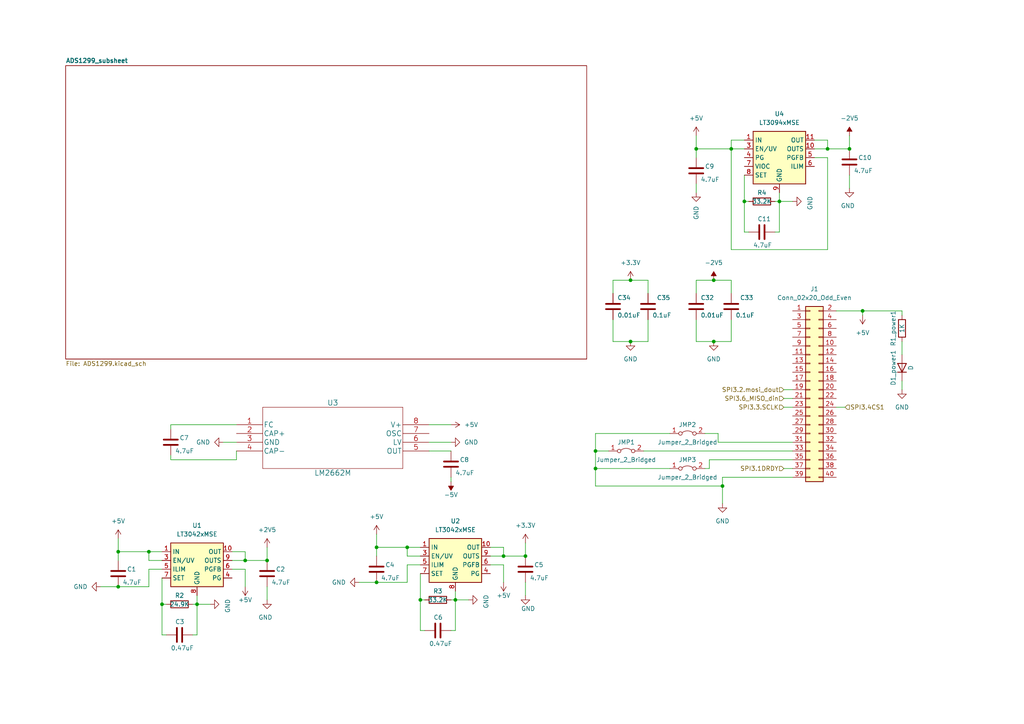
<source format=kicad_sch>
(kicad_sch (version 20211123) (generator eeschema)
  (paper "A4")
  (lib_symbols
    (symbol "2023-01-28_00-48-13:LM2662M" (pin_names (offset 0.254))
      (property "Reference" "U" (at 27.94 10.16 0))
      (property "Value" "LM2662M" (at 27.94 7.62 0))
      (symbol "LM2662M_1_1"
        (polyline (pts (xy 7.62 -12.7) (xy 48.26 -12.7)) (stroke (width 0.127)))
        (polyline (pts (xy 7.62 5.08) (xy 7.62 -12.7)) (stroke (width 0.127)))
        (polyline (pts (xy 48.26 -12.7) (xy 48.26 5.08)) (stroke (width 0.127)))
        (polyline (pts (xy 48.26 5.08) (xy 7.62 5.08)) (stroke (width 0.127)))
        (pin passive line (at 0 0 0) (length 7.62) (name "FC") (number "1"))
        (pin passive line (at 0 -2.54 0) (length 7.62) (name "CAP+") (number "2"))
        (pin passive line (at 0 -5.08 0) (length 7.62) (name "GND") (number "3"))
        (pin passive line (at 0 -7.62 0) (length 7.62) (name "CAP-") (number "4"))
        (pin output line (at 55.88 -7.62 180) (length 7.62) (name "OUT") (number "5"))
        (pin passive line (at 55.88 -5.08 180) (length 7.62) (name "LV") (number "6"))
        (pin passive line (at 55.88 -2.54 180) (length 7.62) (name "OSC") (number "7"))
        (pin input line (at 55.88 0 180) (length 7.62) (name "V+") (number "8"))
      )
    )
    (symbol "Connector_Generic:Conn_02x20_Odd_Even" (pin_names (offset 1.016) hide)
      (property "Reference" "J" (at 1.27 25.4 0))
      (property "Value" "Conn_02x20_Odd_Even" (at 1.27 -27.94 0))
      (symbol "Conn_02x20_Odd_Even_1_1"
        (rectangle (start -1.27 -25.273) (end 0 -25.527) (stroke (width 0.1524)))
        (rectangle (start -1.27 -22.733) (end 0 -22.987) (stroke (width 0.1524)))
        (rectangle (start -1.27 -20.193) (end 0 -20.447) (stroke (width 0.1524)))
        (rectangle (start -1.27 -17.653) (end 0 -17.907) (stroke (width 0.1524)))
        (rectangle (start -1.27 -15.113) (end 0 -15.367) (stroke (width 0.1524)))
        (rectangle (start -1.27 -12.573) (end 0 -12.827) (stroke (width 0.1524)))
        (rectangle (start -1.27 -10.033) (end 0 -10.287) (stroke (width 0.1524)))
        (rectangle (start -1.27 -7.493) (end 0 -7.747) (stroke (width 0.1524)))
        (rectangle (start -1.27 -4.953) (end 0 -5.207) (stroke (width 0.1524)))
        (rectangle (start -1.27 -2.413) (end 0 -2.667) (stroke (width 0.1524)))
        (rectangle (start -1.27 0.127) (end 0 -0.127) (stroke (width 0.1524)))
        (rectangle (start -1.27 2.667) (end 0 2.413) (stroke (width 0.1524)))
        (rectangle (start -1.27 5.207) (end 0 4.953) (stroke (width 0.1524)))
        (rectangle (start -1.27 7.747) (end 0 7.493) (stroke (width 0.1524)))
        (rectangle (start -1.27 10.287) (end 0 10.033) (stroke (width 0.1524)))
        (rectangle (start -1.27 12.827) (end 0 12.573) (stroke (width 0.1524)))
        (rectangle (start -1.27 15.367) (end 0 15.113) (stroke (width 0.1524)))
        (rectangle (start -1.27 17.907) (end 0 17.653) (stroke (width 0.1524)))
        (rectangle (start -1.27 20.447) (end 0 20.193) (stroke (width 0.1524)))
        (rectangle (start -1.27 22.987) (end 0 22.733) (stroke (width 0.1524)))
        (rectangle (start -1.27 24.13) (end 3.81 -26.67) (stroke (width 0.254)) (fill (type background)))
        (rectangle (start 3.81 -25.273) (end 2.54 -25.527) (stroke (width 0.1524)))
        (rectangle (start 3.81 -22.733) (end 2.54 -22.987) (stroke (width 0.1524)))
        (rectangle (start 3.81 -20.193) (end 2.54 -20.447) (stroke (width 0.1524)))
        (rectangle (start 3.81 -17.653) (end 2.54 -17.907) (stroke (width 0.1524)))
        (rectangle (start 3.81 -15.113) (end 2.54 -15.367) (stroke (width 0.1524)))
        (rectangle (start 3.81 -12.573) (end 2.54 -12.827) (stroke (width 0.1524)))
        (rectangle (start 3.81 -10.033) (end 2.54 -10.287) (stroke (width 0.1524)))
        (rectangle (start 3.81 -7.493) (end 2.54 -7.747) (stroke (width 0.1524)))
        (rectangle (start 3.81 -4.953) (end 2.54 -5.207) (stroke (width 0.1524)))
        (rectangle (start 3.81 -2.413) (end 2.54 -2.667) (stroke (width 0.1524)))
        (rectangle (start 3.81 0.127) (end 2.54 -0.127) (stroke (width 0.1524)))
        (rectangle (start 3.81 2.667) (end 2.54 2.413) (stroke (width 0.1524)))
        (rectangle (start 3.81 5.207) (end 2.54 4.953) (stroke (width 0.1524)))
        (rectangle (start 3.81 7.747) (end 2.54 7.493) (stroke (width 0.1524)))
        (rectangle (start 3.81 10.287) (end 2.54 10.033) (stroke (width 0.1524)))
        (rectangle (start 3.81 12.827) (end 2.54 12.573) (stroke (width 0.1524)))
        (rectangle (start 3.81 15.367) (end 2.54 15.113) (stroke (width 0.1524)))
        (rectangle (start 3.81 17.907) (end 2.54 17.653) (stroke (width 0.1524)))
        (rectangle (start 3.81 20.447) (end 2.54 20.193) (stroke (width 0.1524)))
        (rectangle (start 3.81 22.987) (end 2.54 22.733) (stroke (width 0.1524)))
        (pin passive line (at -5.08 22.86 0) (length 3.81) (name "Pin_1") (number "1"))
        (pin passive line (at 7.62 12.7 180) (length 3.81) (name "Pin_10") (number "10"))
        (pin passive line (at -5.08 10.16 0) (length 3.81) (name "Pin_11") (number "11"))
        (pin passive line (at 7.62 10.16 180) (length 3.81) (name "Pin_12") (number "12"))
        (pin passive line (at -5.08 7.62 0) (length 3.81) (name "Pin_13") (number "13"))
        (pin passive line (at 7.62 7.62 180) (length 3.81) (name "Pin_14") (number "14"))
        (pin passive line (at -5.08 5.08 0) (length 3.81) (name "Pin_15") (number "15"))
        (pin passive line (at 7.62 5.08 180) (length 3.81) (name "Pin_16") (number "16"))
        (pin passive line (at -5.08 2.54 0) (length 3.81) (name "Pin_17") (number "17"))
        (pin passive line (at 7.62 2.54 180) (length 3.81) (name "Pin_18") (number "18"))
        (pin passive line (at -5.08 0 0) (length 3.81) (name "Pin_19") (number "19"))
        (pin passive line (at 7.62 22.86 180) (length 3.81) (name "Pin_2") (number "2"))
        (pin passive line (at 7.62 0 180) (length 3.81) (name "Pin_20") (number "20"))
        (pin passive line (at -5.08 -2.54 0) (length 3.81) (name "Pin_21") (number "21"))
        (pin passive line (at 7.62 -2.54 180) (length 3.81) (name "Pin_22") (number "22"))
        (pin passive line (at -5.08 -5.08 0) (length 3.81) (name "Pin_23") (number "23"))
        (pin passive line (at 7.62 -5.08 180) (length 3.81) (name "Pin_24") (number "24"))
        (pin passive line (at -5.08 -7.62 0) (length 3.81) (name "Pin_25") (number "25"))
        (pin passive line (at 7.62 -7.62 180) (length 3.81) (name "Pin_26") (number "26"))
        (pin passive line (at -5.08 -10.16 0) (length 3.81) (name "Pin_27") (number "27"))
        (pin passive line (at 7.62 -10.16 180) (length 3.81) (name "Pin_28") (number "28"))
        (pin passive line (at -5.08 -12.7 0) (length 3.81) (name "Pin_29") (number "29"))
        (pin passive line (at -5.08 20.32 0) (length 3.81) (name "Pin_3") (number "3"))
        (pin passive line (at 7.62 -12.7 180) (length 3.81) (name "Pin_30") (number "30"))
        (pin passive line (at -5.08 -15.24 0) (length 3.81) (name "Pin_31") (number "31"))
        (pin passive line (at 7.62 -15.24 180) (length 3.81) (name "Pin_32") (number "32"))
        (pin passive line (at -5.08 -17.78 0) (length 3.81) (name "Pin_33") (number "33"))
        (pin passive line (at 7.62 -17.78 180) (length 3.81) (name "Pin_34") (number "34"))
        (pin passive line (at -5.08 -20.32 0) (length 3.81) (name "Pin_35") (number "35"))
        (pin passive line (at 7.62 -20.32 180) (length 3.81) (name "Pin_36") (number "36"))
        (pin passive line (at -5.08 -22.86 0) (length 3.81) (name "Pin_37") (number "37"))
        (pin passive line (at 7.62 -22.86 180) (length 3.81) (name "Pin_38") (number "38"))
        (pin passive line (at -5.08 -25.4 0) (length 3.81) (name "Pin_39") (number "39"))
        (pin passive line (at 7.62 20.32 180) (length 3.81) (name "Pin_4") (number "4"))
        (pin passive line (at 7.62 -25.4 180) (length 3.81) (name "Pin_40") (number "40"))
        (pin passive line (at -5.08 17.78 0) (length 3.81) (name "Pin_5") (number "5"))
        (pin passive line (at 7.62 17.78 180) (length 3.81) (name "Pin_6") (number "6"))
        (pin passive line (at -5.08 15.24 0) (length 3.81) (name "Pin_7") (number "7"))
        (pin passive line (at 7.62 15.24 180) (length 3.81) (name "Pin_8") (number "8"))
        (pin passive line (at -5.08 12.7 0) (length 3.81) (name "Pin_9") (number "9"))
      )
    )
    (symbol "Device:C" (pin_numbers hide) (pin_names (offset 0.254))
      (property "Reference" "C" (at 0.635 2.54 0))
      (property "Value" "C" (at 0.635 -2.54 0))
      (symbol "C_0_1"
        (polyline (pts (xy -2.032 -0.762) (xy 2.032 -0.762)) (stroke (width 0.508)))
        (polyline (pts (xy -2.032 0.762) (xy 2.032 0.762)) (stroke (width 0.508)))
      )
      (symbol "C_1_1"
        (pin passive line (at 0 3.81 270) (length 2.794) (name "~") (number "1"))
        (pin passive line (at 0 -3.81 90) (length 2.794) (name "~") (number "2"))
      )
    )
    (symbol "Device:D" (pin_numbers hide) (pin_names (offset 1.016) hide)
      (property "Reference" "D" (at 0 2.54 0))
      (property "Value" "D" (at 0 -2.54 0))
      (symbol "D_0_1"
        (polyline (pts (xy -1.27 1.27) (xy -1.27 -1.27)) (stroke (width 0.254)))
        (polyline (pts (xy 1.27 0) (xy -1.27 0)))
        (polyline (pts (xy 1.27 1.27) (xy 1.27 -1.27) (xy -1.27 0) (xy 1.27 1.27)) (stroke (width 0.254)))
      )
      (symbol "D_1_1"
        (pin passive line (at -3.81 0 0) (length 2.54) (name "K") (number "1"))
        (pin passive line (at 3.81 0 180) (length 2.54) (name "A") (number "2"))
      )
    )
    (symbol "Device:R" (pin_numbers hide) (pin_names (offset 0))
      (property "Reference" "R" (at 2.032 0 90))
      (property "Value" "R" (at 0 0 90))
      (symbol "R_0_1"
        (rectangle (start -1.016 -2.54) (end 1.016 2.54) (stroke (width 0.254)))
      )
      (symbol "R_1_1"
        (pin passive line (at 0 3.81 270) (length 1.27) (name "~") (number "1"))
        (pin passive line (at 0 -3.81 90) (length 1.27) (name "~") (number "2"))
      )
    )
    (symbol "Jumper:Jumper_2_Bridged" (pin_names (offset 0) hide)
      (property "Reference" "JP" (at 0 1.905 0))
      (property "Value" "Jumper_2_Bridged" (at 0 -2.54 0))
      (symbol "Jumper_2_Bridged_0_0"
        (circle (center -2.032 0) (radius 0.508))
        (circle (center 2.032 0) (radius 0.508))
      )
      (symbol "Jumper_2_Bridged_0_1"
        (arc (start 1.524 0.254) (mid 0 0.762) (end -1.524 0.254))
      )
      (symbol "Jumper_2_Bridged_1_1"
        (pin passive line (at -5.08 0 0) (length 2.54) (name "A") (number "1"))
        (pin passive line (at 5.08 0 180) (length 2.54) (name "B") (number "2"))
      )
    )
    (symbol "Regulator_Linear:LT3042xMSE"
      (property "Reference" "U" (at -6.35 6.35 0))
      (property "Value" "LT3042xMSE" (at 1.27 6.35 0))
      (symbol "LT3042xMSE_0_1"
        (rectangle (start -7.62 5.08) (end 7.62 -7.62) (stroke (width 0.254)) (fill (type background)))
      )
      (symbol "LT3042xMSE_1_1"
        (pin power_in line (at -10.16 2.54 0) (length 2.54) (name "IN") (number "1"))
        (pin power_out line (at 10.16 2.54 180) (length 2.54) (name "OUT") (number "10"))
        (pin passive line (at 0 -10.16 90) (length 2.54) hide (name "GND") (number "11"))
        (pin passive line (at -10.16 2.54 0) (length 2.54) hide (name "IN") (number "2"))
        (pin input line (at -10.16 0 0) (length 2.54) (name "EN/UV") (number "3"))
        (pin open_collector line (at 10.16 -5.08 180) (length 2.54) (name "PG") (number "4"))
        (pin passive line (at -10.16 -2.54 0) (length 2.54) (name "ILIM") (number "5"))
        (pin input line (at 10.16 -2.54 180) (length 2.54) (name "PGFB") (number "6"))
        (pin passive line (at -10.16 -5.08 0) (length 2.54) (name "SET") (number "7"))
        (pin power_in line (at 0 -10.16 90) (length 2.54) (name "GND") (number "8"))
        (pin input line (at 10.16 0 180) (length 2.54) (name "OUTS") (number "9"))
      )
    )
    (symbol "Regulator_Linear:LT3094xMSE"
      (property "Reference" "U" (at -6.35 8.89 0))
      (property "Value" "LT3094xMSE" (at 1.27 8.89 0))
      (symbol "LT3094xMSE_0_0"
        (pin passive line (at 10.16 5.08 180) (length 2.54) hide (name "OUT") (number "12"))
        (pin passive line (at -10.16 5.08 0) (length 2.54) hide (name "IN") (number "13"))
      )
      (symbol "LT3094xMSE_0_1"
        (rectangle (start 7.62 7.62) (end -7.62 -7.62) (stroke (width 0.254)) (fill (type background)))
      )
      (symbol "LT3094xMSE_1_1"
        (pin power_in line (at -10.16 5.08 0) (length 2.54) (name "IN") (number "1"))
        (pin input line (at 10.16 2.54 180) (length 2.54) (name "OUTS") (number "10"))
        (pin power_out line (at 10.16 5.08 180) (length 2.54) (name "OUT") (number "11"))
        (pin passive line (at -10.16 5.08 0) (length 2.54) hide (name "IN") (number "2"))
        (pin input line (at -10.16 2.54 0) (length 2.54) (name "EN/UV") (number "3"))
        (pin open_collector line (at -10.16 0 0) (length 2.54) (name "PG") (number "4"))
        (pin input line (at 10.16 0 180) (length 2.54) (name "PGFB") (number "5"))
        (pin passive line (at 10.16 -2.54 180) (length 2.54) (name "ILIM") (number "6"))
        (pin passive line (at -10.16 -2.54 0) (length 2.54) (name "VIOC") (number "7"))
        (pin passive line (at -10.16 -5.08 0) (length 2.54) (name "SET") (number "8"))
        (pin power_in line (at 0 -10.16 90) (length 2.54) (name "GND") (number "9"))
      )
    )
    (symbol "power:+2V5" (power) (pin_names (offset 0))
      (property "Value" "+2V5" (at 0 3.556 0))
      (symbol "+2V5_0_1"
        (polyline (pts (xy -0.762 1.27) (xy 0 2.54)))
        (polyline (pts (xy 0 0) (xy 0 2.54)))
        (polyline (pts (xy 0 2.54) (xy 0.762 1.27)))
      )
      (symbol "+2V5_1_1"
        (pin power_in line (at 0 0 90) (length 0) hide (name "+2V5") (number "1"))
      )
    )
    (symbol "power:+3.3V" (power) (pin_names (offset 0))
      (property "Value" "+3.3V" (at 0 3.556 0))
      (symbol "+3.3V_0_1"
        (polyline (pts (xy -0.762 1.27) (xy 0 2.54)))
        (polyline (pts (xy 0 0) (xy 0 2.54)))
        (polyline (pts (xy 0 2.54) (xy 0.762 1.27)))
      )
      (symbol "+3.3V_1_1"
        (pin power_in line (at 0 0 90) (length 0) hide (name "+3.3V") (number "1"))
      )
    )
    (symbol "power:+5V" (power) (pin_names (offset 0))
      (property "Value" "+5V" (at 0 3.556 0))
      (symbol "+5V_0_1"
        (polyline (pts (xy -0.762 1.27) (xy 0 2.54)))
        (polyline (pts (xy 0 0) (xy 0 2.54)))
        (polyline (pts (xy 0 2.54) (xy 0.762 1.27)))
      )
      (symbol "+5V_1_1"
        (pin power_in line (at 0 0 90) (length 0) hide (name "+5V") (number "1"))
      )
    )
    (symbol "power:-2V5" (power) (pin_names (offset 0))
      (property "Value" "-2V5" (at 0 3.81 0))
      (symbol "-2V5_0_0"
        (pin power_in line (at 0 0 90) (length 0) hide (name "-2V5") (number "1"))
      )
      (symbol "-2V5_0_1"
        (polyline (pts (xy 0 0) (xy 0 1.27) (xy 0.762 1.27) (xy 0 2.54) (xy -0.762 1.27) (xy 0 1.27)) (fill (type outline)))
      )
    )
    (symbol "power:-5V" (power) (pin_names (offset 0))
      (property "Value" "-5V" (at 0 3.81 0))
      (symbol "-5V_0_0"
        (pin power_in line (at 0 0 90) (length 0) hide (name "-5V") (number "1"))
      )
      (symbol "-5V_0_1"
        (polyline (pts (xy 0 0) (xy 0 1.27) (xy 0.762 1.27) (xy 0 2.54) (xy -0.762 1.27) (xy 0 1.27)) (fill (type outline)))
      )
    )
    (symbol "power:GND" (power) (pin_names (offset 0))
      (property "Value" "GND" (at 0 -3.81 0))
      (symbol "GND_0_1"
        (polyline (pts (xy 0 0) (xy 0 -1.27) (xy 1.27 -1.27) (xy 0 -2.54) (xy -1.27 -1.27) (xy 0 -1.27)))
      )
      (symbol "GND_1_1"
        (pin power_in line (at 0 0 270) (length 0) hide (name "GND") (number "1"))
      )
    )
  )
  (junction (at 132.08 173.99))
  (junction (at 43.18 160.02))
  (junction (at 246.38 43.18))
  (junction (at 212.09 43.18))
  (junction (at 250.19 90.17))
  (junction (at 146.05 161.29))
  (junction (at 207.01 81.28))
  (junction (at 182.88 99.06))
  (junction (at 71.12 162.56))
  (junction (at 215.9 58.42))
  (junction (at 121.92 173.99))
  (junction (at 226.06 58.42))
  (junction (at 152.4 161.29))
  (junction (at 207.01 99.06))
  (junction (at 109.22 168.91))
  (junction (at 57.15 175.26))
  (junction (at 172.72 135.89))
  (junction (at 46.99 175.26))
  (junction (at 34.29 170.18))
  (junction (at 34.29 160.02))
  (junction (at 109.22 158.75))
  (junction (at 118.11 158.75))
  (junction (at 182.88 81.28))
  (junction (at 77.47 162.56))
  (junction (at 172.72 130.81))
  (junction (at 240.03 43.18))
  (junction (at 209.55 140.97))
  (junction (at 201.93 43.18))
  (wire (pts (xy 109.22 158.75) (xy 109.22 161.29)))
  (wire (pts (xy 186.69 130.81) (xy 229.87 130.81)))
  (wire (pts (xy 212.09 85.09) (xy 212.09 81.28)))
  (wire (pts (xy 146.05 161.29) (xy 152.4 161.29)))
  (wire (pts (xy 109.22 168.91) (xy 118.11 168.91)))
  (wire (pts (xy 209.55 140.97) (xy 172.72 140.97)))
  (wire (pts (xy 71.12 160.02) (xy 71.12 162.56)))
  (wire (pts (xy 34.29 160.02) (xy 43.18 160.02)))
  (wire (pts (xy 142.24 163.83) (xy 146.05 163.83)))
  (wire (pts (xy 109.22 154.94) (xy 109.22 158.75)))
  (wire (pts (xy 201.93 92.71) (xy 201.93 99.06)))
  (wire (pts (xy 215.9 50.8) (xy 215.9 58.42)))
  (wire (pts (xy 261.62 110.49) (xy 261.62 113.03)))
  (wire (pts (xy 121.92 166.37) (xy 121.92 173.99)))
  (wire (pts (xy 207.01 81.28) (xy 212.09 81.28)))
  (wire (pts (xy 46.99 162.56) (xy 43.18 162.56)))
  (wire (pts (xy 177.8 92.71) (xy 177.8 99.06)))
  (wire (pts (xy 246.38 39.37) (xy 246.38 43.18)))
  (wire (pts (xy 132.08 173.99) (xy 130.81 173.99)))
  (wire (pts (xy 77.47 170.18) (xy 77.47 173.99)))
  (wire (pts (xy 124.46 123.19) (xy 130.81 123.19)))
  (wire (pts (xy 146.05 158.75) (xy 146.05 161.29)))
  (wire (pts (xy 215.9 58.42) (xy 217.17 58.42)))
  (wire (pts (xy 236.22 45.72) (xy 240.03 45.72)))
  (wire (pts (xy 46.99 184.15) (xy 48.26 184.15)))
  (wire (pts (xy 209.55 138.43) (xy 209.55 140.97)))
  (wire (pts (xy 215.9 40.64) (xy 212.09 40.64)))
  (wire (pts (xy 201.93 53.34) (xy 201.93 55.88)))
  (wire (pts (xy 109.22 158.75) (xy 118.11 158.75)))
  (wire (pts (xy 226.06 58.42) (xy 224.79 58.42)))
  (wire (pts (xy 64.77 128.27) (xy 68.58 128.27)))
  (wire (pts (xy 182.88 81.28) (xy 187.96 81.28)))
  (wire (pts (xy 77.47 158.75) (xy 77.47 162.56)))
  (wire (pts (xy 172.72 125.73) (xy 172.72 130.81)))
  (wire (pts (xy 118.11 161.29) (xy 118.11 158.75)))
  (wire (pts (xy 49.53 123.19) (xy 68.58 123.19)))
  (wire (pts (xy 201.93 43.18) (xy 212.09 43.18)))
  (wire (pts (xy 152.4 157.48) (xy 152.4 161.29)))
  (wire (pts (xy 34.29 156.21) (xy 34.29 160.02)))
  (wire (pts (xy 109.22 168.91) (xy 104.14 168.91)))
  (wire (pts (xy 46.99 175.26) (xy 48.26 175.26)))
  (wire (pts (xy 226.06 55.88) (xy 226.06 58.42)))
  (wire (pts (xy 172.72 130.81) (xy 176.53 130.81)))
  (wire (pts (xy 261.62 99.06) (xy 261.62 102.87)))
  (wire (pts (xy 49.53 124.46) (xy 49.53 123.19)))
  (wire (pts (xy 43.18 162.56) (xy 43.18 160.02)))
  (wire (pts (xy 118.11 158.75) (xy 121.92 158.75)))
  (wire (pts (xy 236.22 40.64) (xy 240.03 40.64)))
  (wire (pts (xy 34.29 160.02) (xy 34.29 162.56)))
  (wire (pts (xy 71.12 165.1) (xy 71.12 170.18)))
  (wire (pts (xy 242.57 90.17) (xy 250.19 90.17)))
  (wire (pts (xy 261.62 90.17) (xy 250.19 90.17)))
  (wire (pts (xy 224.79 67.31) (xy 226.06 67.31)))
  (wire (pts (xy 130.81 138.43) (xy 130.81 139.7)))
  (wire (pts (xy 205.74 133.35) (xy 229.87 133.35)))
  (wire (pts (xy 212.09 72.39) (xy 212.09 43.18)))
  (wire (pts (xy 46.99 165.1) (xy 43.18 165.1)))
  (wire (pts (xy 194.31 135.89) (xy 172.72 135.89)))
  (wire (pts (xy 240.03 45.72) (xy 240.03 72.39)))
  (wire (pts (xy 34.29 170.18) (xy 43.18 170.18)))
  (wire (pts (xy 212.09 40.64) (xy 212.09 43.18)))
  (wire (pts (xy 55.88 184.15) (xy 57.15 184.15)))
  (wire (pts (xy 121.92 173.99) (xy 121.92 182.88)))
  (wire (pts (xy 205.74 133.35) (xy 205.74 135.89)))
  (wire (pts (xy 118.11 163.83) (xy 118.11 168.91)))
  (wire (pts (xy 240.03 72.39) (xy 212.09 72.39)))
  (wire (pts (xy 227.33 118.11) (xy 229.87 118.11)))
  (wire (pts (xy 49.53 133.35) (xy 68.58 133.35)))
  (wire (pts (xy 142.24 158.75) (xy 146.05 158.75)))
  (wire (pts (xy 201.93 81.28) (xy 207.01 81.28)))
  (wire (pts (xy 205.74 135.89) (xy 204.47 135.89)))
  (wire (pts (xy 67.31 165.1) (xy 71.12 165.1)))
  (wire (pts (xy 227.33 135.89) (xy 229.87 135.89)))
  (wire (pts (xy 209.55 138.43) (xy 229.87 138.43)))
  (wire (pts (xy 212.09 43.18) (xy 215.9 43.18)))
  (wire (pts (xy 226.06 58.42) (xy 229.87 58.42)))
  (wire (pts (xy 146.05 161.29) (xy 142.24 161.29)))
  (wire (pts (xy 132.08 173.99) (xy 135.89 173.99)))
  (wire (pts (xy 227.33 113.03) (xy 229.87 113.03)))
  (wire (pts (xy 34.29 170.18) (xy 29.21 170.18)))
  (wire (pts (xy 226.06 58.42) (xy 226.06 67.31)))
  (wire (pts (xy 201.93 99.06) (xy 207.01 99.06)))
  (wire (pts (xy 121.92 182.88) (xy 123.19 182.88)))
  (wire (pts (xy 46.99 167.64) (xy 46.99 175.26)))
  (wire (pts (xy 121.92 173.99) (xy 123.19 173.99)))
  (wire (pts (xy 132.08 173.99) (xy 132.08 182.88)))
  (wire (pts (xy 227.33 115.57) (xy 229.87 115.57)))
  (wire (pts (xy 46.99 175.26) (xy 46.99 184.15)))
  (wire (pts (xy 208.28 125.73) (xy 204.47 125.73)))
  (wire (pts (xy 124.46 128.27) (xy 130.81 128.27)))
  (wire (pts (xy 57.15 172.72) (xy 57.15 175.26)))
  (wire (pts (xy 208.28 128.27) (xy 208.28 125.73)))
  (wire (pts (xy 57.15 175.26) (xy 57.15 184.15)))
  (wire (pts (xy 201.93 43.18) (xy 201.93 45.72)))
  (wire (pts (xy 187.96 85.09) (xy 187.96 81.28)))
  (wire (pts (xy 71.12 162.56) (xy 77.47 162.56)))
  (wire (pts (xy 43.18 160.02) (xy 46.99 160.02)))
  (wire (pts (xy 194.31 125.73) (xy 172.72 125.73)))
  (wire (pts (xy 67.31 160.02) (xy 71.12 160.02)))
  (wire (pts (xy 177.8 85.09) (xy 177.8 81.28)))
  (wire (pts (xy 71.12 162.56) (xy 67.31 162.56)))
  (wire (pts (xy 240.03 43.18) (xy 246.38 43.18)))
  (wire (pts (xy 68.58 130.81) (xy 68.58 133.35)))
  (wire (pts (xy 152.4 168.91) (xy 152.4 172.72)))
  (wire (pts (xy 121.92 161.29) (xy 118.11 161.29)))
  (wire (pts (xy 209.55 146.05) (xy 209.55 140.97)))
  (wire (pts (xy 187.96 92.71) (xy 187.96 99.06)))
  (wire (pts (xy 201.93 85.09) (xy 201.93 81.28)))
  (wire (pts (xy 130.81 182.88) (xy 132.08 182.88)))
  (wire (pts (xy 261.62 91.44) (xy 261.62 90.17)))
  (wire (pts (xy 240.03 40.64) (xy 240.03 43.18)))
  (wire (pts (xy 177.8 99.06) (xy 182.88 99.06)))
  (wire (pts (xy 240.03 43.18) (xy 236.22 43.18)))
  (wire (pts (xy 215.9 58.42) (xy 215.9 67.31)))
  (wire (pts (xy 57.15 175.26) (xy 55.88 175.26)))
  (wire (pts (xy 207.01 99.06) (xy 212.09 99.06)))
  (wire (pts (xy 250.19 90.17) (xy 250.19 91.44)))
  (wire (pts (xy 182.88 99.06) (xy 187.96 99.06)))
  (wire (pts (xy 246.38 50.8) (xy 246.38 54.61)))
  (wire (pts (xy 43.18 165.1) (xy 43.18 170.18)))
  (wire (pts (xy 121.92 163.83) (xy 118.11 163.83)))
  (wire (pts (xy 132.08 171.45) (xy 132.08 173.99)))
  (wire (pts (xy 201.93 39.37) (xy 201.93 43.18)))
  (wire (pts (xy 57.15 175.26) (xy 60.96 175.26)))
  (wire (pts (xy 215.9 67.31) (xy 217.17 67.31)))
  (wire (pts (xy 146.05 163.83) (xy 146.05 168.91)))
  (wire (pts (xy 177.8 81.28) (xy 182.88 81.28)))
  (wire (pts (xy 172.72 135.89) (xy 172.72 130.81)))
  (wire (pts (xy 172.72 140.97) (xy 172.72 135.89)))
  (wire (pts (xy 124.46 130.81) (xy 130.81 130.81)))
  (wire (pts (xy 242.57 118.11) (xy 245.11 118.11)))
  (wire (pts (xy 208.28 128.27) (xy 229.87 128.27)))
  (wire (pts (xy 212.09 92.71) (xy 212.09 99.06)))
  (wire (pts (xy 49.53 133.35) (xy 49.53 132.08)))
  (hierarchical_label "SPI3.6_MISO_din" (shape input) (at 227.33 115.57 180))
  (hierarchical_label "SPI3.3.SCLK" (shape input) (at 227.33 118.11 180))
  (hierarchical_label "SPI3.4CS1" (shape input) (at 245.11 118.11 0))
  (hierarchical_label "SPI3.1DRDY" (shape input) (at 227.33 135.89 180))
  (hierarchical_label "SPI3.2.mosi_dout" (shape input) (at 227.33 113.03 180))
  (symbol (lib_id "Device:C") (at 177.8 88.9 0) (unit 1)
    (property "Reference" "C34" (at 179.07 86.36 0) (effects (justify left)))
    (property "Value" "0.01uF" (at 179.07 91.44 0) (effects (justify left)))
    (property "Footprint" "PIEEG:C0603C103F3GECAUTO" (effects hide))
  )
  (symbol (lib_id "Device:R") (at 261.62 95.25 180) (unit 1)
    (property "Reference" "R1_power1" (at 259.08 95.25 90))
    (property "Value" "1K" (at 261.62 95.25 90))
    (property "Footprint" "PIEEG:RC1608F102CS" (effects hide))
  )
  (symbol (lib_id "Device:C") (at 212.09 88.9 0) (unit 1)
    (property "Reference" "C33" (at 214.63 86.36 0) (effects (justify left)))
    (property "Value" "0.1uF" (at 213.36 91.44 0) (effects (justify left)))
    (property "Footprint" "PIEEG:CL10B104JB8NNNC" (effects hide))
  )
  (symbol (lib_id "power:GND") (at 130.81 128.27 90) (unit 1)
    (property "Reference" "#PWR0107" (effects hide))
    (property "Value" "GND" (at 134.62 128.2699 90) (effects (justify right)))
  )
  (symbol (lib_id "Device:C") (at 201.93 49.53 0) (unit 1)
    (property "Reference" "C9" (at 204.47 48.26 0) (effects (justify left)))
    (property "Value" "4.7uF" (at 203.2 52.07 0) (effects (justify left)))
    (property "Footprint" "piEEG_footprints:CAPC3216X229N" (effects hide))
  )
  (symbol (lib_id "Device:D") (at 261.62 106.68 90) (unit 1)
    (property "Reference" "D1_power1" (at 259.08 106.68 0))
    (property "Value" "D" (at 264.16 106.68 0))
    (property "Footprint" "piEEG_footprints:RESC1005X38N" (effects hide))
  )
  (symbol (lib_id "power:GND") (at 261.62 113.03 0) (mirror y) (unit 1)
    (property "Reference" "#PWR0111" (effects hide))
    (property "Value" "GND" (at 261.62 118.11 0))
  )
  (symbol (lib_id "Device:C") (at 52.07 184.15 270) (unit 1)
    (property "Reference" "C3" (at 50.8 180.34 90) (effects (justify left)))
    (property "Value" "0.47uF" (at 49.53 187.96 90) (effects (justify left)))
    (property "Footprint" "piEEG_footprints:CAPC1608X90" (effects hide))
  )
  (symbol (lib_id "power:-2V5") (at 207.01 81.28 0) (unit 1)
    (property "Reference" "#PWR0145" (effects hide))
    (property "Value" "-2V5" (at 207.01 76.2 0))
  )
  (symbol (lib_id "Device:C") (at 127 182.88 270) (unit 1)
    (property "Reference" "C6" (at 125.73 179.07 90) (effects (justify left)))
    (property "Value" "0.47uF" (at 124.46 186.69 90) (effects (justify left)))
    (property "Footprint" "piEEG_footprints:CAPC1608X90" (effects hide))
  )
  (symbol (lib_id "power:GND") (at 77.47 173.99 0) (mirror y) (unit 1)
    (property "Reference" "#PWR0123" (effects hide))
    (property "Value" "GND" (at 74.93 179.07 0) (effects (justify right)))
  )
  (symbol (lib_id "power:GND") (at 209.55 146.05 0) (unit 1)
    (property "Reference" "#PWR0116" (effects hide))
    (property "Value" "GND" (at 209.55 151.13 0))
  )
  (symbol (lib_id "power:+3.3V") (at 182.88 81.28 0) (unit 1)
    (property "Reference" "#PWR0143" (effects hide))
    (property "Value" "+3.3V" (at 182.88 76.2 0))
  )
  (symbol (lib_id "power:+5V") (at 71.12 170.18 0) (mirror x) (unit 1)
    (property "Reference" "#PWR0124" (effects hide))
    (property "Value" "+5V" (at 71.12 173.99 0))
  )
  (symbol (lib_id "Regulator_Linear:LT3094xMSE") (at 226.06 45.72 0) (unit 1)
    (property "Reference" "U4" (at 226.06 33.02 0))
    (property "Value" "LT3094xMSE" (at 226.06 35.56 0))
    (property "Footprint" "piEEG_footprints:LT3094EMSE-PBF" (effects hide))
    (property "Datasheet" "https://www.analog.com/media/en/technical-documentation/data-sheets/LT3094.pdf" (effects hide))
  )
  (symbol (lib_id "power:+5V") (at 250.19 91.44 0) (mirror x) (unit 1)
    (property "Reference" "#PWR0110" (effects hide))
    (property "Value" "+5V" (at 250.19 96.52 0))
  )
  (symbol (lib_id "power:-5V") (at 130.81 139.7 0) (mirror x) (unit 1)
    (property "Reference" "#PWR0108" (effects hide))
    (property "Value" "-5V" (at 130.81 143.51 0))
  )
  (symbol (lib_id "Device:C") (at 152.4 165.1 0) (unit 1)
    (property "Reference" "C5" (at 154.94 163.83 0) (effects (justify left)))
    (property "Value" "4.7uF" (at 153.67 167.64 0) (effects (justify left)))
    (property "Footprint" "piEEG_footprints:CAPC3216X229N" (effects hide))
  )
  (symbol (lib_id "power:GND") (at 60.96 175.26 90) (mirror x) (unit 1)
    (property "Reference" "#PWR0122" (effects hide))
    (property "Value" "GND" (at 66.04 177.8 0) (effects (justify right)))
  )
  (symbol (lib_id "power:+5V") (at 109.22 154.94 0) (unit 1)
    (property "Reference" "#PWR0102" (effects hide))
    (property "Value" "+5V" (at 109.22 149.86 0))
  )
  (symbol (lib_id "Device:R") (at 52.07 175.26 90) (unit 1)
    (property "Reference" "R2" (at 52.07 172.72 90))
    (property "Value" "24.9K" (at 52.07 175.26 90))
    (property "Footprint" "PIEEG:ERJ-3EKF2492V" (effects hide))
  )
  (symbol (lib_id "power:+5V") (at 130.81 123.19 270) (mirror x) (unit 1)
    (property "Reference" "#PWR0106" (effects hide))
    (property "Value" "+5V" (at 134.62 123.1899 90) (effects (justify left)))
  )
  (symbol (lib_id "Regulator_Linear:LT3042xMSE") (at 132.08 161.29 0) (unit 1)
    (property "Reference" "U2" (at 132.08 151.13 0))
    (property "Value" "LT3042xMSE" (at 132.08 153.67 0))
    (property "Footprint" "piEEG_footprints:MSOP-10_MSE" (effects hide))
    (property "Datasheet" "https://www.analog.com/media/en/technical-documentation/data-sheets/3042fb.pdf" (effects hide))
  )
  (symbol (lib_id "Device:C") (at 246.38 46.99 0) (unit 1)
    (property "Reference" "C10" (at 248.92 45.72 0) (effects (justify left)))
    (property "Value" "4.7uF" (at 247.65 49.53 0) (effects (justify left)))
    (property "Footprint" "piEEG_footprints:CAPC3216X229N" (effects hide))
  )
  (symbol (lib_id "Device:C") (at 130.81 134.62 0) (unit 1)
    (property "Reference" "C8" (at 133.35 133.35 0) (effects (justify left)))
    (property "Value" "4.7uF" (at 132.08 137.16 0) (effects (justify left)))
    (property "Footprint" "piEEG_footprints:CAPC3216X229N" (effects hide))
  )
  (symbol (lib_id "power:+3.3V") (at 152.4 157.48 0) (unit 1)
    (property "Reference" "#PWR0109" (effects hide))
    (property "Value" "+3.3V" (at 152.4 152.4 0))
  )
  (symbol (lib_id "power:GND") (at 229.87 58.42 90) (mirror x) (unit 1)
    (property "Reference" "#PWR0119" (effects hide))
    (property "Value" "GND" (at 234.95 60.96 0) (effects (justify right)))
  )
  (symbol (lib_id "Device:C") (at 220.98 67.31 270) (unit 1)
    (property "Reference" "C11" (at 219.71 63.5 90) (effects (justify left)))
    (property "Value" "4.7uF" (at 218.44 71.12 90) (effects (justify left)))
    (property "Footprint" "piEEG_footprints:CAPC3216X229N" (effects hide))
  )
  (symbol (lib_id "power:+5V") (at 34.29 156.21 0) (unit 1)
    (property "Reference" "#PWR0103" (effects hide))
    (property "Value" "+5V" (at 34.29 151.13 0))
  )
  (symbol (lib_id "Device:R") (at 127 173.99 90) (unit 1)
    (property "Reference" "R3" (at 127 171.45 90))
    (property "Value" "33.2K" (at 127 173.99 90))
    (property "Footprint" "PIEEG:ERJ-3EKF3322V" (effects hide))
  )
  (symbol (lib_id "power:GND") (at 135.89 173.99 90) (mirror x) (unit 1)
    (property "Reference" "#PWR0113" (effects hide))
    (property "Value" "GND" (at 140.97 176.53 0) (effects (justify right)))
  )
  (symbol (lib_id "Device:C") (at 187.96 88.9 0) (unit 1)
    (property "Reference" "C35" (at 190.5 86.36 0) (effects (justify left)))
    (property "Value" "0.1uF" (at 189.23 91.44 0) (effects (justify left)))
    (property "Footprint" "PIEEG:CL10B104JB8NNNC" (effects hide))
  )
  (symbol (lib_id "power:GND") (at 182.88 99.06 0) (unit 1)
    (property "Reference" "#PWR0144" (effects hide))
    (property "Value" "GND" (at 182.88 104.14 0))
  )
  (symbol (lib_id "Device:C") (at 201.93 88.9 0) (unit 1)
    (property "Reference" "C32" (at 203.2 86.36 0) (effects (justify left)))
    (property "Value" "0.01uF" (at 203.2 91.44 0) (effects (justify left)))
    (property "Footprint" "PIEEG:C0603C103F3GECAUTO" (effects hide))
  )
  (symbol (lib_id "Jumper:Jumper_2_Bridged") (at 199.39 135.89 0) (unit 1)
    (property "Reference" "JMP3" (at 199.39 133.35 0))
    (property "Value" "Jumper_2_Bridged" (at 199.39 138.43 0))
    (property "Footprint" "piEEG_footprints:RESC6331X75N" (effects hide))
  )
  (symbol (lib_id "Jumper:Jumper_2_Bridged") (at 199.39 125.73 0) (unit 1)
    (property "Reference" "JMP2" (at 199.39 123.19 0))
    (property "Value" "Jumper_2_Bridged" (at 199.39 128.27 0))
    (property "Footprint" "piEEG_footprints:RESC6331X75N" (effects hide))
  )
  (symbol (lib_id "Connector_Generic:Conn_02x20_Odd_Even") (at 234.95 113.03 0) (unit 1)
    (property "Reference" "J1" (at 236.22 83.82 0))
    (property "Value" "Conn_02x20_Odd_Even" (at 236.22 86.36 0))
    (property "Footprint" "PIEEG:PPTC202LFBN-RC" (effects hide))
  )
  (symbol (lib_id "power:GND") (at 64.77 128.27 270) (mirror x) (unit 1)
    (property "Reference" "#PWR0105" (effects hide))
    (property "Value" "GND" (at 60.96 128.2699 90) (effects (justify right)))
  )
  (symbol (lib_id "Device:C") (at 109.22 165.1 0) (unit 1)
    (property "Reference" "C4" (at 111.76 163.83 0) (effects (justify left)))
    (property "Value" "4.7uF" (at 110.49 167.64 0) (effects (justify left)))
    (property "Footprint" "piEEG_footprints:CAPC3216X229N" (effects hide))
  )
  (symbol (lib_id "power:-2V5") (at 246.38 39.37 0) (unit 1)
    (property "Reference" "#PWR0120" (effects hide))
    (property "Value" "-2V5" (at 246.38 34.29 0))
  )
  (symbol (lib_id "Device:R") (at 220.98 58.42 90) (unit 1)
    (property "Reference" "R4" (at 220.98 55.88 90))
    (property "Value" "33.2K" (at 220.98 58.42 90))
    (property "Footprint" "PIEEG:ERJ-3EKF3322V" (effects hide))
  )
  (symbol (lib_id "Device:C") (at 34.29 166.37 0) (unit 1)
    (property "Reference" "C1" (at 36.83 165.1 0) (effects (justify left)))
    (property "Value" "4.7uF" (at 35.56 168.91 0) (effects (justify left)))
    (property "Footprint" "piEEG_footprints:CAPC3216X229N" (effects hide))
  )
  (symbol (lib_id "power:GND") (at 104.14 168.91 270) (unit 1)
    (property "Reference" "#PWR0112" (effects hide))
    (property "Value" "GND" (at 100.33 168.9099 90) (effects (justify right)))
  )
  (symbol (lib_id "power:GND") (at 152.4 172.72 0) (mirror y) (unit 1)
    (property "Reference" "#PWR0114" (effects hide))
    (property "Value" "GND" (at 151.13 176.53 0) (effects (justify right)))
  )
  (symbol (lib_id "power:+5V") (at 146.05 168.91 0) (mirror x) (unit 1)
    (property "Reference" "#PWR0115" (effects hide))
    (property "Value" "+5V" (at 146.05 172.72 0))
  )
  (symbol (lib_id "2023-01-28_00-48-13:LM2662M") (at 68.58 123.19 0) (unit 1)
    (property "Reference" "U3" (at 96.52 116.84 0) (effects (font (size 1.524 1.524))))
    (property "Value" "LM2662M" (at 96.52 137.16 0) (effects (font (size 1.524 1.524))))
    (property "Footprint" "footprints:LM2662M" (effects hide))
  )
  (symbol (lib_id "power:GND") (at 201.93 55.88 0) (unit 1)
    (property "Reference" "#PWR0117" (effects hide))
    (property "Value" "GND" (at 201.9299 59.69 90) (effects (justify right)))
  )
  (symbol (lib_id "Jumper:Jumper_2_Bridged") (at 181.61 130.81 0) (unit 1)
    (property "Reference" "JMP1" (at 181.61 128.27 0))
    (property "Value" "Jumper_2_Bridged" (at 181.61 133.35 0))
    (property "Footprint" "piEEG_footprints:RESC6331X75N" (effects hide))
  )
  (symbol (lib_id "Device:C") (at 49.53 128.27 0) (unit 1)
    (property "Reference" "C7" (at 52.07 127 0) (effects (justify left)))
    (property "Value" "4.7uF" (at 50.8 130.81 0) (effects (justify left)))
    (property "Footprint" "piEEG_footprints:CAPC3216X229N" (effects hide))
  )
  (symbol (lib_id "Regulator_Linear:LT3042xMSE") (at 57.15 162.56 0) (unit 1)
    (property "Reference" "U1" (at 57.15 152.4 0))
    (property "Value" "LT3042xMSE" (at 57.15 154.94 0))
    (property "Footprint" "piEEG_footprints:MSOP-10_MSE" (effects hide))
    (property "Datasheet" "https://www.analog.com/media/en/technical-documentation/data-sheets/3042fb.pdf" (effects hide))
  )
  (symbol (lib_id "power:+5V") (at 201.93 39.37 0) (unit 1)
    (property "Reference" "#PWR0118" (effects hide))
    (property "Value" "+5V" (at 201.93 34.29 0))
  )
  (symbol (lib_id "Device:C") (at 77.47 166.37 0) (unit 1)
    (property "Reference" "C2" (at 80.01 165.1 0) (effects (justify left)))
    (property "Value" "4.7uF" (at 78.74 168.91 0) (effects (justify left)))
    (property "Footprint" "piEEG_footprints:CAPC3216X229N" (effects hide))
  )
  (symbol (lib_id "power:GND") (at 29.21 170.18 270) (unit 1)
    (property "Reference" "#PWR0104" (effects hide))
    (property "Value" "GND" (at 25.4 170.1799 90) (effects (justify right)))
  )
  (symbol (lib_id "power:GND") (at 207.01 99.06 0) (unit 1)
    (property "Reference" "#PWR0146" (effects hide))
    (property "Value" "GND" (at 207.01 104.14 0))
  )
  (symbol (lib_id "power:+2V5") (at 77.47 158.75 0) (unit 1)
    (property "Reference" "#PWR0101" (effects hide))
    (property "Value" "+2V5" (at 77.47 153.67 0))
  )
  (symbol (lib_id "power:GND") (at 246.38 54.61 0) (mirror y) (unit 1)
    (property "Reference" "#PWR0121" (effects hide))
    (property "Value" "GND" (at 243.84 59.69 0) (effects (justify right)))
  )
  (sheet (at 19.05 19.05) (size 151.13 85.09) (stroke (width 0.1524))
    (property "Sheet name" "ADS1299_subsheet" (at 19.05 18.3384 0) (effects (font bold) (justify left bottom)))
    (property "Sheet file" "ADS1299.kicad_sch" (at 19.05 104.7246 0) (effects (justify left top)))
  )
)
</source>
